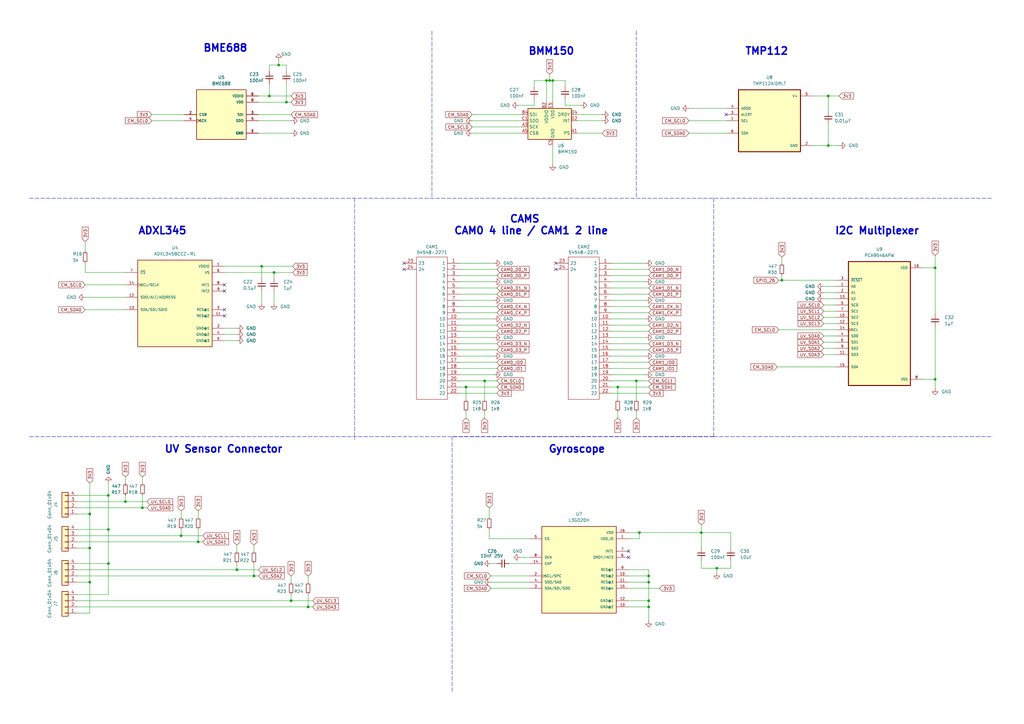
<source format=kicad_sch>
(kicad_sch (version 20211123) (generator eeschema)
  (paper "A3")
  (lib_symbols
    (symbol "54548-2271:54548-2271" (pin_names (offset 0.762))
      (property "Reference" "J" (at 19.05 7.62 0))
      (property "Value" "54548-2271" (at 19.05 5.08 0))
      (symbol "54548-2271_0_0"
        (pin passive line (at 22.86 0 180) (length 5.08) (name "1") (number "1"))
        (pin passive line (at 22.86 -22.86 180) (length 5.08) (name "10") (number "10"))
        (pin passive line (at 22.86 -25.4 180) (length 5.08) (name "11") (number "11"))
        (pin passive line (at 22.86 -27.94 180) (length 5.08) (name "12") (number "12"))
        (pin passive line (at 22.86 -30.48 180) (length 5.08) (name "13") (number "13"))
        (pin passive line (at 22.86 -33.02 180) (length 5.08) (name "14") (number "14"))
        (pin passive line (at 22.86 -35.56 180) (length 5.08) (name "15") (number "15"))
        (pin passive line (at 22.86 -38.1 180) (length 5.08) (name "16") (number "16"))
        (pin passive line (at 22.86 -40.64 180) (length 5.08) (name "17") (number "17"))
        (pin passive line (at 22.86 -43.18 180) (length 5.08) (name "18") (number "18"))
        (pin passive line (at 22.86 -45.72 180) (length 5.08) (name "19") (number "19"))
        (pin passive line (at 22.86 -2.54 180) (length 5.08) (name "2") (number "2"))
        (pin passive line (at 22.86 -48.26 180) (length 5.08) (name "20") (number "20"))
        (pin passive line (at 22.86 -50.8 180) (length 5.08) (name "21") (number "21"))
        (pin passive line (at 22.86 -53.34 180) (length 5.08) (name "22") (number "22"))
        (pin passive line (at 0 0 0) (length 5.08) (name "23") (number "23"))
        (pin passive line (at 0 -2.54 0) (length 5.08) (name "24") (number "24"))
        (pin passive line (at 22.86 -5.08 180) (length 5.08) (name "3") (number "3"))
        (pin passive line (at 22.86 -7.62 180) (length 5.08) (name "4") (number "4"))
        (pin passive line (at 22.86 -10.16 180) (length 5.08) (name "5") (number "5"))
        (pin passive line (at 22.86 -12.7 180) (length 5.08) (name "6") (number "6"))
        (pin passive line (at 22.86 -15.24 180) (length 5.08) (name "7") (number "7"))
        (pin passive line (at 22.86 -17.78 180) (length 5.08) (name "8") (number "8"))
        (pin passive line (at 22.86 -20.32 180) (length 5.08) (name "9") (number "9"))
      )
    )
    (symbol "ADXL345BCCZ-RL:ADXL345BCCZ-RL" (pin_names (offset 1.016))
      (property "Reference" "U" (at -14.224 18.542 0))
      (property "Value" "ADXL345BCCZ-RL" (at -14.2494 -19.8374 0))
      (symbol "ADXL345BCCZ-RL_0_0"
        (pin power_in line (at 20.32 15.24 180) (length 5.08) (name "VDDIO") (number "1"))
        (pin passive line (at 20.32 -5.08 180) (length 5.08) (name "RES@2") (number "11"))
        (pin bidirectional line (at -20.32 2.54 0) (length 5.08) (name "SDO/ALT/ADDRESS") (number "12"))
        (pin bidirectional line (at -20.32 -2.54 0) (length 5.08) (name "SDA/SDI/SDIO") (number "13"))
        (pin input clock (at -20.32 7.62 0) (length 5.08) (name "SCL/SCLK") (number "14"))
        (pin power_in line (at 20.32 -10.16 180) (length 5.08) (name "GND@1") (number "2"))
        (pin passive line (at 20.32 -2.54 180) (length 5.08) (name "RES@1") (number "3"))
        (pin power_in line (at 20.32 -12.7 180) (length 5.08) (name "GND@2") (number "4"))
        (pin power_in line (at 20.32 -15.24 180) (length 5.08) (name "GND@3") (number "5"))
        (pin power_in line (at 20.32 12.7 180) (length 5.08) (name "VS") (number "6"))
        (pin bidirectional line (at -20.32 12.7 0) (length 5.08) (name "~{CS}") (number "7"))
        (pin output line (at 20.32 7.62 180) (length 5.08) (name "INT1") (number "8"))
        (pin output line (at 20.32 5.08 180) (length 5.08) (name "INT2") (number "9"))
      )
    )
    (symbol "BME688:BME688" (pin_names (offset 1.016))
      (property "Reference" "U" (at -10.16 10.668 0))
      (property "Value" "BME688" (at -10.16 -12.7 0))
      (symbol "BME688_0_0"
        (pin power_in line (at 15.24 -7.62 180) (length 5.08) (name "GND") (number "1"))
        (pin input line (at -15.24 0 0) (length 5.08) (name "CSB") (number "2"))
        (pin bidirectional line (at 15.24 0 180) (length 5.08) (name "SDI") (number "3"))
        (pin input clock (at -15.24 -2.54 0) (length 5.08) (name "SCK") (number "4"))
        (pin bidirectional line (at 15.24 -2.54 180) (length 5.08) (name "SDO") (number "5"))
        (pin power_in line (at 15.24 7.62 180) (length 5.08) (name "VDDIO") (number "6"))
        (pin power_in line (at 15.24 -7.62 180) (length 5.08) (name "GND") (number "7"))
        (pin power_in line (at 15.24 5.08 180) (length 5.08) (name "VDD") (number "8"))
      )
    )
    (symbol "Connector_Generic:Conn_01x04" (pin_names (offset 1.016) hide)
      (property "Reference" "J" (at 0 5.08 0))
      (property "Value" "Conn_01x04" (at 0 -7.62 0))
      (symbol "Conn_01x04_1_1"
        (pin passive line (at -5.08 2.54 0) (length 3.81) (name "Pin_1") (number "1"))
        (pin passive line (at -5.08 0 0) (length 3.81) (name "Pin_2") (number "2"))
        (pin passive line (at -5.08 -2.54 0) (length 3.81) (name "Pin_3") (number "3"))
        (pin passive line (at -5.08 -5.08 0) (length 3.81) (name "Pin_4") (number "4"))
      )
    )
    (symbol "Device:C_Small" (pin_numbers hide) (pin_names (offset 0.254) hide)
      (property "Reference" "C" (at 0.254 1.778 0))
      (property "Value" "C_Small" (at 0.254 -2.032 0))
      (symbol "C_Small_1_1"
        (pin passive line (at 0 2.54 270) (length 2.032) (name "~") (number "1"))
        (pin passive line (at 0 -2.54 90) (length 2.032) (name "~") (number "2"))
      )
    )
    (symbol "Device:R_Small" (pin_numbers hide) (pin_names (offset 0.254) hide)
      (property "Reference" "R" (at 0.762 0.508 0))
      (property "Value" "R_Small" (at 0.762 -1.016 0))
      (symbol "R_Small_1_1"
        (pin passive line (at 0 2.54 270) (length 0.762) (name "~") (number "1"))
        (pin passive line (at 0 -2.54 90) (length 0.762) (name "~") (number "2"))
      )
    )
    (symbol "L3GD20H:L3GD20H" (pin_names (offset 1.016))
      (property "Reference" "U" (at -15.259 17.8022 0))
      (property "Value" "L3GD20H" (at -15.2444 -20.3259 0))
      (symbol "L3GD20H_0_0"
        (pin power_in line (at 20.32 12.7 180) (length 5.08) (name "VDD_IO") (number "1"))
        (pin power_in line (at 20.32 -2.54 180) (length 5.08) (name "RES@2") (number "10"))
        (pin power_in line (at 20.32 -5.08 180) (length 5.08) (name "RES@3") (number "11"))
        (pin power_in line (at 20.32 -12.7 180) (length 5.08) (name "GND@1") (number "12"))
        (pin power_in line (at 20.32 -15.24 180) (length 5.08) (name "GND@2") (number "13"))
        (pin passive line (at -20.32 2.54 0) (length 5.08) (name "CAP") (number "14"))
        (pin power_in line (at 20.32 -7.62 180) (length 5.08) (name "RES@4") (number "15"))
        (pin power_in line (at 20.32 15.24 180) (length 5.08) (name "VDD") (number "16"))
        (pin input clock (at -20.32 -2.54 0) (length 5.08) (name "SCL/SPC") (number "2"))
        (pin bidirectional line (at -20.32 -7.62 0) (length 5.08) (name "SDA/SDI/SDO") (number "3"))
        (pin bidirectional line (at -20.32 -5.08 0) (length 5.08) (name "SDO/SA0") (number "4"))
        (pin input line (at -20.32 12.7 0) (length 5.08) (name "CS") (number "5"))
        (pin output line (at 20.32 5.08 180) (length 5.08) (name "DRDY/INT2") (number "6"))
        (pin output line (at 20.32 7.62 180) (length 5.08) (name "INT1") (number "7"))
        (pin input line (at -20.32 5.08 0) (length 5.08) (name "DEN") (number "8"))
        (pin power_in line (at 20.32 0 180) (length 5.08) (name "RES@1") (number "9"))
      )
    )
    (symbol "PCA9546APW:PCA9546APW" (pin_names (offset 1.016))
      (property "Reference" "U" (at -12.7 26.3906 0))
      (property "Value" "PCA9546APW" (at -12.7 -29.3878 0))
      (symbol "PCA9546APW_0_0"
        (pin input line (at -17.78 15.24 0) (length 5.08) (name "A0") (number "1"))
        (pin input line (at -17.78 2.54 0) (length 5.08) (name "SC2") (number "10"))
        (pin input line (at -17.78 -12.7 0) (length 5.08) (name "SD3") (number "11"))
        (pin input line (at -17.78 0 0) (length 5.08) (name "SC3") (number "12"))
        (pin input line (at -17.78 10.16 0) (length 5.08) (name "A2") (number "13"))
        (pin input clock (at -17.78 -2.54 0) (length 5.08) (name "SCL") (number "14"))
        (pin bidirectional line (at -17.78 -17.78 0) (length 5.08) (name "SDA") (number "15"))
        (pin power_in line (at 17.78 22.86 180) (length 5.08) (name "VDD") (number "16"))
        (pin input line (at -17.78 12.7 0) (length 5.08) (name "A1") (number "2"))
        (pin input line (at -17.78 17.78 0) (length 5.08) (name "~{RESET}") (number "3"))
        (pin input line (at -17.78 -5.08 0) (length 5.08) (name "SD0") (number "4"))
        (pin input line (at -17.78 7.62 0) (length 5.08) (name "SC0") (number "5"))
        (pin input line (at -17.78 -7.62 0) (length 5.08) (name "SD1") (number "6"))
        (pin input line (at -17.78 5.08 0) (length 5.08) (name "SC1") (number "7"))
        (pin power_in line (at 17.78 -22.86 180) (length 5.08) (name "VSS") (number "8"))
        (pin input line (at -17.78 -10.16 0) (length 5.08) (name "SD2") (number "9"))
      )
    )
    (symbol "Sensor_Magnetic:BMM150"
      (property "Reference" "U" (at -10.16 6.35 0))
      (property "Value" "BMM150" (at 7.62 6.35 0))
      (symbol "BMM150_1_1"
        (pin input line (at 10.16 -5.08 180) (length 2.54) (name "PS") (number "A1"))
        (pin bidirectional line (at -12.7 -2.54 0) (length 2.54) (name "SCK") (number "A3"))
        (pin input line (at -12.7 -5.08 0) (length 2.54) (name "CSB") (number "A5"))
        (pin power_in line (at -2.54 7.62 270) (length 2.54) (name "VDDIO") (number "B2"))
        (pin bidirectional line (at -12.7 2.54 0) (length 2.54) (name "SDI") (number "B4"))
        (pin bidirectional line (at -12.7 0 0) (length 2.54) (name "SDO") (number "C1"))
        (pin power_in line (at 0 -10.16 90) (length 2.54) (name "GND") (number "C5"))
        (pin output line (at 10.16 0 180) (length 2.54) (name "INT") (number "D2"))
        (pin output line (at 10.16 2.54 180) (length 2.54) (name "DRDY") (number "D4"))
        (pin passive line (at 0 -10.16 90) (length 2.54) hide (name "GND") (number "E1"))
        (pin passive line (at 0 -10.16 90) (length 2.54) hide (name "GND") (number "E3"))
        (pin power_in line (at 0 7.62 270) (length 2.54) (name "VDD") (number "E5"))
      )
    )
    (symbol "TMP112AIDRLT:TMP112AIDRLT" (pin_names (offset 1.016))
      (property "Reference" "U" (at -12.7 13.6906 0))
      (property "Value" "TMP112AIDRLT" (at -12.7 -16.6878 0))
      (symbol "TMP112AIDRLT_0_0"
        (pin input line (at -17.78 0 0) (length 5.08) (name "SCL") (number "1"))
        (pin power_in line (at 17.78 -10.16 180) (length 5.08) (name "GND") (number "2"))
        (pin input line (at -17.78 2.54 0) (length 5.08) (name "ALERT") (number "3"))
        (pin input line (at -17.78 5.08 0) (length 5.08) (name "ADD0") (number "4"))
        (pin power_in line (at 17.78 10.16 180) (length 5.08) (name "V+") (number "5"))
        (pin bidirectional line (at -17.78 -5.08 0) (length 5.08) (name "SDA") (number "6"))
      )
    )
    (symbol "power:GND" (power) (pin_names (offset 0))
      (property "Value" "GND" (at 0 -3.81 0))
      (symbol "GND_1_1"
        (pin power_in line (at 0 0 270) (length 0) hide (name "GND") (number "1"))
      )
    )
  )
  (junction (at 191.135 158.75))
  (junction (at 266.065 238.76))
  (junction (at 266.065 248.92))
  (junction (at 36.83 210.82))
  (junction (at 44.45 217.17))
  (junction (at 74.295 219.71))
  (junction (at 36.83 224.79))
  (junction (at 253.365 158.75))
  (junction (at 44.45 231.14))
  (junction (at 294.005 233.045))
  (junction (at 51.435 205.74))
  (junction (at 339.725 59.69))
  (junction (at 266.065 236.22))
  (junction (at 287.655 218.44))
  (junction (at 126.365 248.92))
  (junction (at 266.065 246.38))
  (junction (at 260.985 156.21))
  (junction (at 198.755 156.21))
  (junction (at 81.28 222.25))
  (junction (at 339.725 39.37))
  (junction (at 383.54 109.855))
  (junction (at 114.3 26.67))
  (junction (at 36.83 238.76))
  (junction (at 225.425 33.02))
  (junction (at 44.45 203.2))
  (junction (at 112.395 111.76))
  (junction (at 224.155 33.02))
  (junction (at 110.49 39.37))
  (junction (at 383.54 155.575))
  (junction (at 97.155 233.68))
  (junction (at 119.38 246.38))
  (junction (at 117.475 41.91))
  (junction (at 58.42 208.28))
  (junction (at 107.315 109.22))
  (junction (at 320.675 114.935))
  (junction (at 104.14 236.22))
  (junction (at 262.255 218.44))
  (junction (at 226.695 33.02))
  (no_connect (at 257.81 226.06))
  (no_connect (at 227.965 107.95))
  (no_connect (at 92.075 119.38))
  (no_connect (at 257.81 228.6))
  (no_connect (at 92.075 127))
  (no_connect (at 227.965 110.49))
  (no_connect (at 92.075 116.84))
  (no_connect (at 92.075 129.54))
  (no_connect (at 297.815 46.99))
  (no_connect (at 165.735 110.49))
  (no_connect (at 165.735 107.95))
  (wire (pts (xy 34.925 116.84) (xy 51.435 116.84)))
  (wire (pts (xy 188.595 143.51) (xy 203.835 143.51)))
  (wire (pts (xy 299.72 233.045) (xy 294.005 233.045)))
  (wire (pts (xy 287.655 233.045) (xy 294.005 233.045)))
  (wire (pts (xy 188.595 156.21) (xy 198.755 156.21)))
  (wire (pts (xy 31.75 219.71) (xy 74.295 219.71)))
  (wire (pts (xy 287.655 215.265) (xy 287.655 218.44)))
  (wire (pts (xy 104.14 226.06) (xy 104.14 223.52)))
  (wire (pts (xy 224.155 33.02) (xy 224.155 41.91)))
  (wire (pts (xy 320.675 114.935) (xy 320.675 113.03)))
  (wire (pts (xy 188.595 130.81) (xy 202.565 130.81)))
  (wire (pts (xy 198.755 156.21) (xy 198.755 163.83)))
  (wire (pts (xy 236.855 54.61) (xy 247.015 54.61)))
  (wire (pts (xy 188.595 113.03) (xy 203.835 113.03)))
  (wire (pts (xy 36.83 251.46) (xy 31.75 251.46)))
  (wire (pts (xy 262.255 218.44) (xy 287.655 218.44)))
  (wire (pts (xy 62.23 46.99) (xy 75.565 46.99)))
  (polyline (pts (xy 292.735 179.07) (xy 185.42 179.07)))
  (wire (pts (xy 188.595 146.05) (xy 202.565 146.05)))
  (wire (pts (xy 201.295 241.3) (xy 217.17 241.3)))
  (wire (pts (xy 282.575 44.45) (xy 297.815 44.45)))
  (wire (pts (xy 36.83 224.79) (xy 36.83 238.76)))
  (wire (pts (xy 34.925 99.06) (xy 34.925 102.87)))
  (wire (pts (xy 104.14 231.14) (xy 104.14 236.22)))
  (wire (pts (xy 320.675 114.935) (xy 342.9 114.935)))
  (wire (pts (xy 225.425 33.02) (xy 226.695 33.02)))
  (wire (pts (xy 44.45 203.2) (xy 44.45 217.17)))
  (wire (pts (xy 51.435 203.2) (xy 51.435 205.74)))
  (wire (pts (xy 294.005 233.045) (xy 294.005 234.95)))
  (wire (pts (xy 250.825 146.05) (xy 264.795 146.05)))
  (wire (pts (xy 201.295 231.14) (xy 203.835 231.14)))
  (wire (pts (xy 337.82 130.175) (xy 342.9 130.175)))
  (wire (pts (xy 250.825 118.11) (xy 266.065 118.11)))
  (wire (pts (xy 226.695 33.02) (xy 231.775 33.02)))
  (wire (pts (xy 110.49 39.37) (xy 119.38 39.37)))
  (wire (pts (xy 198.755 168.91) (xy 198.755 171.45)))
  (wire (pts (xy 250.825 123.19) (xy 264.795 123.19)))
  (wire (pts (xy 34.925 127) (xy 51.435 127)))
  (wire (pts (xy 106.045 39.37) (xy 110.49 39.37)))
  (wire (pts (xy 188.595 153.67) (xy 202.565 153.67)))
  (polyline (pts (xy 12.065 81.28) (xy 89.535 81.28)))
  (wire (pts (xy 31.75 248.92) (xy 126.365 248.92)))
  (wire (pts (xy 257.81 218.44) (xy 262.255 218.44)))
  (wire (pts (xy 250.825 113.03) (xy 266.065 113.03)))
  (wire (pts (xy 257.81 246.38) (xy 266.065 246.38)))
  (wire (pts (xy 257.81 248.92) (xy 266.065 248.92)))
  (wire (pts (xy 378.46 155.575) (xy 383.54 155.575)))
  (wire (pts (xy 253.365 158.75) (xy 253.365 163.83)))
  (wire (pts (xy 112.395 119.38) (xy 112.395 124.46)))
  (wire (pts (xy 250.825 140.97) (xy 266.065 140.97)))
  (wire (pts (xy 299.72 218.44) (xy 299.72 224.79)))
  (wire (pts (xy 34.925 111.76) (xy 51.435 111.76)))
  (wire (pts (xy 337.82 137.795) (xy 342.9 137.795)))
  (wire (pts (xy 250.825 151.13) (xy 266.065 151.13)))
  (wire (pts (xy 250.825 130.81) (xy 264.795 130.81)))
  (wire (pts (xy 253.365 158.75) (xy 266.065 158.75)))
  (wire (pts (xy 44.45 231.14) (xy 44.45 243.84)))
  (wire (pts (xy 238.125 43.18) (xy 231.775 43.18)))
  (wire (pts (xy 260.985 168.91) (xy 260.985 171.45)))
  (wire (pts (xy 119.38 246.38) (xy 128.27 246.38)))
  (wire (pts (xy 106.045 46.99) (xy 119.38 46.99)))
  (polyline (pts (xy 177.165 12.7) (xy 177.165 81.28)))
  (wire (pts (xy 188.595 158.75) (xy 191.135 158.75)))
  (wire (pts (xy 339.725 39.37) (xy 344.17 39.37)))
  (wire (pts (xy 339.725 59.69) (xy 333.375 59.69)))
  (wire (pts (xy 74.295 217.17) (xy 74.295 219.71)))
  (wire (pts (xy 257.81 220.98) (xy 262.255 220.98)))
  (wire (pts (xy 337.82 142.875) (xy 342.9 142.875)))
  (wire (pts (xy 337.82 127.635) (xy 342.9 127.635)))
  (wire (pts (xy 191.135 158.75) (xy 191.135 163.83)))
  (wire (pts (xy 126.365 243.84) (xy 126.365 248.92)))
  (wire (pts (xy 193.675 52.07) (xy 213.995 52.07)))
  (wire (pts (xy 250.825 107.95) (xy 264.795 107.95)))
  (wire (pts (xy 383.54 109.855) (xy 383.54 128.905)))
  (wire (pts (xy 36.83 210.82) (xy 36.83 224.79)))
  (wire (pts (xy 250.825 128.27) (xy 266.065 128.27)))
  (wire (pts (xy 226.695 59.69) (xy 226.695 67.31)))
  (wire (pts (xy 44.45 198.12) (xy 44.45 203.2)))
  (wire (pts (xy 257.81 233.68) (xy 266.065 233.68)))
  (wire (pts (xy 250.825 156.21) (xy 260.985 156.21)))
  (wire (pts (xy 110.49 26.67) (xy 114.3 26.67)))
  (wire (pts (xy 62.23 49.53) (xy 75.565 49.53)))
  (wire (pts (xy 107.315 109.22) (xy 120.015 109.22)))
  (wire (pts (xy 266.065 248.92) (xy 266.065 254.635)))
  (polyline (pts (xy 185.42 179.07) (xy 185.42 283.845)))
  (wire (pts (xy 106.045 49.53) (xy 119.38 49.53)))
  (wire (pts (xy 250.825 125.73) (xy 266.065 125.73)))
  (wire (pts (xy 188.595 161.29) (xy 203.835 161.29)))
  (wire (pts (xy 92.075 109.22) (xy 107.315 109.22)))
  (wire (pts (xy 250.825 110.49) (xy 266.065 110.49)))
  (wire (pts (xy 188.595 125.73) (xy 203.835 125.73)))
  (wire (pts (xy 81.28 222.25) (xy 83.185 222.25)))
  (wire (pts (xy 200.66 208.28) (xy 200.66 212.09)))
  (wire (pts (xy 250.825 135.89) (xy 266.065 135.89)))
  (polyline (pts (xy 292.735 179.07) (xy 407.035 179.07)))
  (wire (pts (xy 34.925 107.95) (xy 34.925 111.76)))
  (wire (pts (xy 200.66 220.98) (xy 217.17 220.98)))
  (wire (pts (xy 262.255 220.98) (xy 262.255 218.44)))
  (wire (pts (xy 378.46 109.855) (xy 383.54 109.855)))
  (wire (pts (xy 253.365 168.91) (xy 253.365 171.45)))
  (wire (pts (xy 299.72 229.87) (xy 299.72 233.045)))
  (wire (pts (xy 319.405 135.255) (xy 342.9 135.255)))
  (wire (pts (xy 112.395 111.76) (xy 120.015 111.76)))
  (wire (pts (xy 250.825 153.67) (xy 264.795 153.67)))
  (wire (pts (xy 282.575 54.61) (xy 297.815 54.61)))
  (polyline (pts (xy 292.735 179.07) (xy 292.735 81.28)))
  (wire (pts (xy 74.295 212.09) (xy 74.295 209.55)))
  (wire (pts (xy 250.825 133.35) (xy 266.065 133.35)))
  (wire (pts (xy 31.75 205.74) (xy 51.435 205.74)))
  (wire (pts (xy 266.065 233.68) (xy 266.065 236.22)))
  (wire (pts (xy 383.54 133.985) (xy 383.54 155.575)))
  (wire (pts (xy 193.675 46.99) (xy 213.995 46.99)))
  (wire (pts (xy 117.475 41.91) (xy 119.38 41.91)))
  (wire (pts (xy 92.075 134.62) (xy 97.155 134.62)))
  (wire (pts (xy 383.54 104.775) (xy 383.54 109.855)))
  (wire (pts (xy 117.475 26.67) (xy 117.475 29.21)))
  (wire (pts (xy 58.42 203.2) (xy 58.42 208.28)))
  (wire (pts (xy 337.82 120.015) (xy 342.9 120.015)))
  (wire (pts (xy 224.155 33.02) (xy 225.425 33.02)))
  (wire (pts (xy 337.82 132.715) (xy 342.9 132.715)))
  (wire (pts (xy 92.075 111.76) (xy 112.395 111.76)))
  (wire (pts (xy 188.595 151.13) (xy 203.835 151.13)))
  (wire (pts (xy 188.595 107.95) (xy 202.565 107.95)))
  (wire (pts (xy 119.38 243.84) (xy 119.38 246.38)))
  (wire (pts (xy 188.595 118.11) (xy 203.835 118.11)))
  (wire (pts (xy 31.75 236.22) (xy 104.14 236.22)))
  (wire (pts (xy 201.295 236.22) (xy 217.17 236.22)))
  (wire (pts (xy 337.82 125.095) (xy 342.9 125.095)))
  (wire (pts (xy 36.83 198.12) (xy 36.83 210.82)))
  (wire (pts (xy 201.295 238.76) (xy 217.17 238.76)))
  (wire (pts (xy 219.075 43.18) (xy 212.725 43.18)))
  (wire (pts (xy 250.825 161.29) (xy 266.065 161.29)))
  (wire (pts (xy 318.77 150.495) (xy 342.9 150.495)))
  (wire (pts (xy 110.49 34.29) (xy 110.49 39.37)))
  (wire (pts (xy 198.755 156.21) (xy 203.835 156.21)))
  (wire (pts (xy 92.075 137.16) (xy 97.155 137.16)))
  (wire (pts (xy 231.775 43.18) (xy 231.775 40.64)))
  (wire (pts (xy 97.155 233.68) (xy 106.045 233.68)))
  (wire (pts (xy 200.66 217.17) (xy 200.66 220.98)))
  (wire (pts (xy 188.595 120.65) (xy 203.835 120.65)))
  (wire (pts (xy 58.42 198.12) (xy 58.42 195.58)))
  (wire (pts (xy 188.595 138.43) (xy 202.565 138.43)))
  (wire (pts (xy 193.675 54.61) (xy 213.995 54.61)))
  (wire (pts (xy 36.83 238.76) (xy 36.83 251.46)))
  (wire (pts (xy 188.595 115.57) (xy 202.565 115.57)))
  (wire (pts (xy 257.81 241.3) (xy 270.51 241.3)))
  (wire (pts (xy 114.3 24.765) (xy 114.3 26.67)))
  (wire (pts (xy 213.36 228.6) (xy 217.17 228.6)))
  (wire (pts (xy 36.83 210.82) (xy 31.75 210.82)))
  (wire (pts (xy 339.725 39.37) (xy 339.725 45.72)))
  (wire (pts (xy 333.375 39.37) (xy 339.725 39.37)))
  (wire (pts (xy 107.315 119.38) (xy 107.315 124.46)))
  (wire (pts (xy 188.595 123.19) (xy 202.565 123.19)))
  (wire (pts (xy 287.655 229.87) (xy 287.655 233.045)))
  (polyline (pts (xy 89.535 81.28) (xy 407.035 81.28)))
  (wire (pts (xy 31.75 208.28) (xy 58.42 208.28)))
  (wire (pts (xy 106.045 41.91) (xy 117.475 41.91)))
  (wire (pts (xy 260.985 156.21) (xy 260.985 163.83)))
  (wire (pts (xy 250.825 148.59) (xy 266.065 148.59)))
  (wire (pts (xy 383.54 155.575) (xy 383.54 159.385)))
  (wire (pts (xy 126.365 238.76) (xy 126.365 236.22)))
  (wire (pts (xy 226.695 33.02) (xy 226.695 41.91)))
  (wire (pts (xy 337.82 145.415) (xy 342.9 145.415)))
  (wire (pts (xy 34.925 121.92) (xy 51.435 121.92)))
  (wire (pts (xy 36.83 224.79) (xy 31.75 224.79)))
  (wire (pts (xy 106.045 54.61) (xy 119.38 54.61)))
  (wire (pts (xy 250.825 143.51) (xy 266.065 143.51)))
  (wire (pts (xy 191.135 168.91) (xy 191.135 171.45)))
  (polyline (pts (xy 145.415 81.28) (xy 145.415 180.34)))
  (wire (pts (xy 119.38 238.76) (xy 119.38 236.22)))
  (wire (pts (xy 81.28 217.17) (xy 81.28 222.25)))
  (wire (pts (xy 81.28 212.09) (xy 81.28 209.55)))
  (wire (pts (xy 339.725 59.69) (xy 344.17 59.69)))
  (wire (pts (xy 97.155 226.06) (xy 97.155 223.52)))
  (wire (pts (xy 257.81 238.76) (xy 266.065 238.76)))
  (wire (pts (xy 260.985 156.21) (xy 266.065 156.21)))
  (wire (pts (xy 250.825 115.57) (xy 264.795 115.57)))
  (polyline (pts (xy 260.985 12.7) (xy 260.985 81.28)))
  (wire (pts (xy 44.45 203.2) (xy 31.75 203.2)))
  (wire (pts (xy 44.45 217.17) (xy 44.45 231.14)))
  (wire (pts (xy 104.14 236.22) (xy 106.045 236.22)))
  (wire (pts (xy 31.75 233.68) (xy 97.155 233.68)))
  (wire (pts (xy 225.425 30.48) (xy 225.425 33.02)))
  (wire (pts (xy 219.075 40.64) (xy 219.075 43.18)))
  (wire (pts (xy 337.82 140.335) (xy 342.9 140.335)))
  (wire (pts (xy 58.42 208.28) (xy 60.325 208.28)))
  (wire (pts (xy 44.45 231.14) (xy 31.75 231.14)))
  (wire (pts (xy 236.855 49.53) (xy 247.015 49.53)))
  (wire (pts (xy 126.365 248.92) (xy 128.27 248.92)))
  (wire (pts (xy 31.75 222.25) (xy 81.28 222.25)))
  (wire (pts (xy 188.595 128.27) (xy 203.835 128.27)))
  (wire (pts (xy 287.655 218.44) (xy 299.72 218.44)))
  (wire (pts (xy 193.675 49.53) (xy 213.995 49.53)))
  (wire (pts (xy 92.075 139.7) (xy 97.155 139.7)))
  (wire (pts (xy 266.065 238.76) (xy 266.065 246.38)))
  (wire (pts (xy 44.45 243.84) (xy 31.75 243.84)))
  (wire (pts (xy 250.825 138.43) (xy 264.795 138.43)))
  (wire (pts (xy 282.575 49.53) (xy 297.815 49.53)))
  (wire (pts (xy 188.595 135.89) (xy 203.835 135.89)))
  (wire (pts (xy 188.595 140.97) (xy 203.835 140.97)))
  (wire (pts (xy 31.75 246.38) (xy 119.38 246.38)))
  (wire (pts (xy 266.065 236.22) (xy 266.065 238.76)))
  (wire (pts (xy 117.475 34.29) (xy 117.475 41.91)))
  (polyline (pts (xy 12.065 179.07) (xy 292.735 179.07)))
  (wire (pts (xy 51.435 205.74) (xy 60.325 205.74)))
  (wire (pts (xy 208.915 231.14) (xy 217.17 231.14)))
  (wire (pts (xy 97.155 231.14) (xy 97.155 233.68)))
  (wire (pts (xy 236.855 46.99) (xy 247.015 46.99)))
  (wire (pts (xy 112.395 111.76) (xy 112.395 114.3)))
  (wire (pts (xy 107.315 109.22) (xy 107.315 114.3)))
  (wire (pts (xy 337.82 122.555) (xy 342.9 122.555)))
  (wire (pts (xy 44.45 217.17) (xy 31.75 217.17)))
  (wire (pts (xy 188.595 110.49) (xy 203.835 110.49)))
  (wire (pts (xy 339.725 50.8) (xy 339.725 59.69)))
  (wire (pts (xy 110.49 29.21) (xy 110.49 26.67)))
  (wire (pts (xy 188.595 148.59) (xy 203.835 148.59)))
  (wire (pts (xy 320.675 107.95) (xy 320.675 105.41)))
  (wire (pts (xy 257.81 236.22) (xy 266.065 236.22)))
  (wire (pts (xy 287.655 218.44) (xy 287.655 224.79)))
  (wire (pts (xy 266.065 246.38) (xy 266.065 248.92)))
  (wire (pts (xy 231.775 33.02) (xy 231.775 35.56)))
  (wire (pts (xy 219.075 33.02) (xy 219.075 35.56)))
  (wire (pts (xy 114.3 26.67) (xy 117.475 26.67)))
  (wire (pts (xy 224.155 33.02) (xy 219.075 33.02)))
  (wire (pts (xy 250.825 158.75) (xy 253.365 158.75)))
  (wire (pts (xy 188.595 133.35) (xy 203.835 133.35)))
  (wire (pts (xy 74.295 219.71) (xy 83.185 219.71)))
  (wire (pts (xy 36.83 238.76) (xy 31.75 238.76)))
  (wire (pts (xy 51.435 198.12) (xy 51.435 195.58)))
  (wire (pts (xy 191.135 158.75) (xy 203.835 158.75)))
  (wire (pts (xy 337.82 117.475) (xy 342.9 117.475)))
  (wire (pts (xy 319.405 114.935) (xy 320.675 114.935)))
  (wire (pts (xy 250.825 120.65) (xy 266.065 120.65)))
  (text "Gyroscope" (at 224.79 186.055 0) (effects (font (size 3 3) (thickness 0.6) bold) (justify left bottom)))
  (text "BME688\n" (at 83.185 21.59 0) (effects (font (size 3 3) (thickness 0.6) bold) (justify left bottom)))
  (text "          CAMS\nCAM0 4 line / CAM1 2 line\n" (at 186.055 96.52 0) (effects (font (size 3 3) (thickness 0.6) bold) (justify left bottom)))
  (text "I2C Multiplexer" (at 342.265 96.52 0) (effects (font (size 3 3) (thickness 0.6) bold) (justify left bottom)))
  (text "ADXL345" (at 56.515 96.52 0) (effects (font (size 3 3) (thickness 0.6) bold) (justify left bottom)))
  (text "UV Sensor Connector" (at 67.31 186.055 0) (effects (font (size 3 3) (thickness 0.6) bold) (justify left bottom)))
  (text "TMP112" (at 305.435 22.86 0) (effects (font (size 3 3) (thickness 0.6) bold) (justify left bottom)))
  (text "BMM150" (at 216.535 22.86 0) (effects (font (size 3 3) (thickness 0.6) bold) (justify left bottom)))
  (global_label "UV_SCL2" (shape input) (at 337.82 130.175 180) (property "Intersheet References" "${INTERSHEET_REFS}" (effects hide)))
  (global_label "CAM0_IO0" (shape input) (at 203.835 148.59 0) (property "Intersheet References" "${INTERSHEET_REFS}" (effects hide)))
  (global_label "CAM0_IO1" (shape input) (at 203.835 151.13 0) (property "Intersheet References" "${INTERSHEET_REFS}" (effects hide)))
  (global_label "CAM1_D0_P" (shape input) (at 266.065 113.03 0) (property "Intersheet References" "${INTERSHEET_REFS}" (effects hide)))
  (global_label "3V3" (shape input) (at 270.51 241.3 0) (property "Intersheet References" "${INTERSHEET_REFS}" (effects hide)))
  (global_label "UV_SCL3" (shape input) (at 128.27 246.38 0) (property "Intersheet References" "${INTERSHEET_REFS}" (effects hide)))
  (global_label "UV_SDA0" (shape input) (at 337.82 137.795 180) (property "Intersheet References" "${INTERSHEET_REFS}" (effects hide)))
  (global_label "CAM0_D3_P" (shape input) (at 203.835 143.51 0) (property "Intersheet References" "${INTERSHEET_REFS}" (effects hide)))
  (global_label "CAM1_IO1" (shape input) (at 266.065 151.13 0) (property "Intersheet References" "${INTERSHEET_REFS}" (effects hide)))
  (global_label "3V3" (shape input) (at 320.675 105.41 90) (property "Intersheet References" "${INTERSHEET_REFS}" (effects hide)))
  (global_label "3V3" (shape input) (at 287.655 215.265 90) (property "Intersheet References" "${INTERSHEET_REFS}" (effects hide)))
  (global_label "UV_SCL1" (shape input) (at 337.82 127.635 180) (property "Intersheet References" "${INTERSHEET_REFS}" (effects hide)))
  (global_label "UV_SDA3" (shape input) (at 337.82 145.415 180) (property "Intersheet References" "${INTERSHEET_REFS}" (effects hide)))
  (global_label "3V3" (shape input) (at 34.925 99.06 90) (property "Intersheet References" "${INTERSHEET_REFS}" (effects hide)))
  (global_label "GPIO_26" (shape input) (at 319.405 114.935 180) (property "Intersheet References" "${INTERSHEET_REFS}" (effects hide)))
  (global_label "UV_SCL0" (shape input) (at 60.325 205.74 0) (property "Intersheet References" "${INTERSHEET_REFS}" (effects hide)))
  (global_label "3V3" (shape input) (at 203.835 161.29 0) (property "Intersheet References" "${INTERSHEET_REFS}" (effects hide)))
  (global_label "3V3" (shape input) (at 191.135 171.45 270) (property "Intersheet References" "${INTERSHEET_REFS}" (effects hide)))
  (global_label "UV_SCL3" (shape input) (at 337.82 132.715 180) (property "Intersheet References" "${INTERSHEET_REFS}" (effects hide)))
  (global_label "CM_SDA0" (shape input) (at 203.835 158.75 0) (property "Intersheet References" "${INTERSHEET_REFS}" (effects hide)))
  (global_label "UV_SDA2" (shape input) (at 337.82 142.875 180) (property "Intersheet References" "${INTERSHEET_REFS}" (effects hide)))
  (global_label "CM_SCL0" (shape input) (at 34.925 116.84 180) (property "Intersheet References" "${INTERSHEET_REFS}" (effects hide)))
  (global_label "CM_SDA0" (shape input) (at 193.675 46.99 180) (property "Intersheet References" "${INTERSHEET_REFS}" (effects hide)))
  (global_label "CM_SDA1" (shape input) (at 266.065 158.75 0) (property "Intersheet References" "${INTERSHEET_REFS}" (effects hide)))
  (global_label "3V3" (shape input) (at 383.54 104.775 90) (property "Intersheet References" "${INTERSHEET_REFS}" (effects hide)))
  (global_label "CM_SCL0" (shape input) (at 203.835 156.21 0) (property "Intersheet References" "${INTERSHEET_REFS}" (effects hide)))
  (global_label "CM_SCL0" (shape input) (at 319.405 135.255 180) (property "Intersheet References" "${INTERSHEET_REFS}" (effects hide)))
  (global_label "3V3" (shape input) (at 119.38 236.22 90) (property "Intersheet References" "${INTERSHEET_REFS}" (effects hide)))
  (global_label "UV_SDA0" (shape input) (at 60.325 208.28 0) (property "Intersheet References" "${INTERSHEET_REFS}" (effects hide)))
  (global_label "3V3" (shape input) (at 266.065 161.29 0) (property "Intersheet References" "${INTERSHEET_REFS}" (effects hide)))
  (global_label "3V3" (shape input) (at 126.365 236.22 90) (property "Intersheet References" "${INTERSHEET_REFS}" (effects hide)))
  (global_label "3V3" (shape input) (at 74.295 209.55 90) (property "Intersheet References" "${INTERSHEET_REFS}" (effects hide)))
  (global_label "CAM0_CK_N" (shape input) (at 203.835 125.73 0) (property "Intersheet References" "${INTERSHEET_REFS}" (effects hide)))
  (global_label "CAM0_D3_N" (shape input) (at 203.835 140.97 0) (property "Intersheet References" "${INTERSHEET_REFS}" (effects hide)))
  (global_label "CAM0_D0_P" (shape input) (at 203.835 113.03 0) (property "Intersheet References" "${INTERSHEET_REFS}" (effects hide)))
  (global_label "3V3" (shape input) (at 247.015 54.61 0) (property "Intersheet References" "${INTERSHEET_REFS}" (effects hide)))
  (global_label "CM_SCL0" (shape input) (at 201.295 236.22 180) (property "Intersheet References" "${INTERSHEET_REFS}" (effects hide)))
  (global_label "3V3" (shape input) (at 58.42 195.58 90) (property "Intersheet References" "${INTERSHEET_REFS}" (effects hide)))
  (global_label "UV_SDA1" (shape input) (at 83.185 222.25 0) (property "Intersheet References" "${INTERSHEET_REFS}" (effects hide)))
  (global_label "3V3" (shape input) (at 253.365 171.45 270) (property "Intersheet References" "${INTERSHEET_REFS}" (effects hide)))
  (global_label "3V3" (shape input) (at 200.66 208.28 90) (property "Intersheet References" "${INTERSHEET_REFS}" (effects hide)))
  (global_label "CM_SCL1" (shape input) (at 266.065 156.21 0) (property "Intersheet References" "${INTERSHEET_REFS}" (effects hide)))
  (global_label "3V3" (shape input) (at 119.38 41.91 0) (property "Intersheet References" "${INTERSHEET_REFS}" (effects hide)))
  (global_label "CM_SCL0" (shape input) (at 193.675 52.07 180) (property "Intersheet References" "${INTERSHEET_REFS}" (effects hide)))
  (global_label "CAM1_D2_N" (shape input) (at 266.065 133.35 0) (property "Intersheet References" "${INTERSHEET_REFS}" (effects hide)))
  (global_label "3V3" (shape input) (at 119.38 39.37 0) (property "Intersheet References" "${INTERSHEET_REFS}" (effects hide)))
  (global_label "UV_SCL2" (shape input) (at 106.045 233.68 0) (property "Intersheet References" "${INTERSHEET_REFS}" (effects hide)))
  (global_label "CAM0_D1_P" (shape input) (at 203.835 120.65 0) (property "Intersheet References" "${INTERSHEET_REFS}" (effects hide)))
  (global_label "UV_SDA1" (shape input) (at 337.82 140.335 180) (property "Intersheet References" "${INTERSHEET_REFS}" (effects hide)))
  (global_label "CM_SDA0" (shape input) (at 282.575 54.61 180) (property "Intersheet References" "${INTERSHEET_REFS}" (effects hide)))
  (global_label "CM_SDA0" (shape input) (at 34.925 127 180) (property "Intersheet References" "${INTERSHEET_REFS}" (effects hide)))
  (global_label "CAM1_D0_N" (shape input) (at 266.065 110.49 0) (property "Intersheet References" "${INTERSHEET_REFS}" (effects hide)))
  (global_label "UV_SDA3" (shape input) (at 128.27 248.92 0) (property "Intersheet References" "${INTERSHEET_REFS}" (effects hide)))
  (global_label "CAM1_D1_P" (shape input) (at 266.065 120.65 0) (property "Intersheet References" "${INTERSHEET_REFS}" (effects hide)))
  (global_label "CAM0_CK_P" (shape input) (at 203.835 128.27 0) (property "Intersheet References" "${INTERSHEET_REFS}" (effects hide)))
  (global_label "3V3" (shape input) (at 344.17 39.37 0) (property "Intersheet References" "${INTERSHEET_REFS}" (effects hide)))
  (global_label "3V3" (shape input) (at 104.14 223.52 90) (property "Intersheet References" "${INTERSHEET_REFS}" (effects hide)))
  (global_label "3V3" (shape input) (at 81.28 209.55 90) (property "Intersheet References" "${INTERSHEET_REFS}" (effects hide)))
  (global_label "3V3" (shape input) (at 198.755 171.45 270) (property "Intersheet References" "${INTERSHEET_REFS}" (effects hide)))
  (global_label "3V3" (shape input) (at 120.015 111.76 0) (property "Intersheet References" "${INTERSHEET_REFS}" (effects hide)))
  (global_label "CAM0_D1_N" (shape input) (at 203.835 118.11 0) (property "Intersheet References" "${INTERSHEET_REFS}" (effects hide)))
  (global_label "3V3" (shape input) (at 51.435 195.58 90) (property "Intersheet References" "${INTERSHEET_REFS}" (effects hide)))
  (global_label "3V3" (shape input) (at 36.83 198.12 90) (property "Intersheet References" "${INTERSHEET_REFS}" (effects hide)))
  (global_label "CAM0_D0_N" (shape input) (at 203.835 110.49 0) (property "Intersheet References" "${INTERSHEET_REFS}" (effects hide)))
  (global_label "3V3" (shape input) (at 120.015 109.22 0) (property "Intersheet References" "${INTERSHEET_REFS}" (effects hide)))
  (global_label "CAM1_IO0" (shape input) (at 266.065 148.59 0) (property "Intersheet References" "${INTERSHEET_REFS}" (effects hide)))
  (global_label "UV_SCL0" (shape input) (at 337.82 125.095 180) (property "Intersheet References" "${INTERSHEET_REFS}" (effects hide)))
  (global_label "CAM1_CK_P" (shape input) (at 266.065 128.27 0) (property "Intersheet References" "${INTERSHEET_REFS}" (effects hide)))
  (global_label "CAM1_D1_N" (shape input) (at 266.065 118.11 0) (property "Intersheet References" "${INTERSHEET_REFS}" (effects hide)))
  (global_label "CAM0_D2_N" (shape input) (at 203.835 133.35 0) (property "Intersheet References" "${INTERSHEET_REFS}" (effects hide)))
  (global_label "CAM1_CK_N" (shape input) (at 266.065 125.73 0) (property "Intersheet References" "${INTERSHEET_REFS}" (effects hide)))
  (global_label "3V3" (shape input) (at 260.985 171.45 270) (property "Intersheet References" "${INTERSHEET_REFS}" (effects hide)))
  (global_label "3V3" (shape input) (at 62.23 46.99 180) (property "Intersheet References" "${INTERSHEET_REFS}" (effects hide)))
  (global_label "CAM1_D2_P" (shape input) (at 266.065 135.89 0) (property "Intersheet References" "${INTERSHEET_REFS}" (effects hide)))
  (global_label "UV_SCL1" (shape input) (at 83.185 219.71 0) (property "Intersheet References" "${INTERSHEET_REFS}" (effects hide)))
  (global_label "CAM1_D3_N" (shape input) (at 266.065 140.97 0) (property "Intersheet References" "${INTERSHEET_REFS}" (effects hide)))
  (global_label "3V3" (shape input) (at 97.155 223.52 90) (property "Intersheet References" "${INTERSHEET_REFS}" (effects hide)))
  (global_label "CM_SDA0" (shape input) (at 119.38 46.99 0) (property "Intersheet References" "${INTERSHEET_REFS}" (effects hide)))
  (global_label "CM_SDA0" (shape input) (at 201.295 241.3 180) (property "Intersheet References" "${INTERSHEET_REFS}" (effects hide)))
  (global_label "CAM1_D3_P" (shape input) (at 266.065 143.51 0) (property "Intersheet References" "${INTERSHEET_REFS}" (effects hide)))
  (global_label "CM_SCL0" (shape input) (at 62.23 49.53 180) (property "Intersheet References" "${INTERSHEET_REFS}" (effects hide)))
  (global_label "CAM0_D2_P" (shape input) (at 203.835 135.89 0) (property "Intersheet References" "${INTERSHEET_REFS}" (effects hide)))
  (global_label "3V3" (shape input) (at 225.425 30.48 90) (property "Intersheet References" "${INTERSHEET_REFS}" (effects hide)))
  (global_label "CM_SCL0" (shape input) (at 282.575 49.53 180) (property "Intersheet References" "${INTERSHEET_REFS}" (effects hide)))
  (global_label "CM_SDA0" (shape input) (at 318.77 150.495 180) (property "Intersheet References" "${INTERSHEET_REFS}" (effects hide)))
  (global_label "UV_SDA2" (shape input) (at 106.045 236.22 0) (property "Intersheet References" "${INTERSHEET_REFS}" (effects hide)))
  (symbol (lib_id "power:GND") (at 264.795 130.81 90) (unit 1)
    (property "Reference" "#PWR0235" (effects hide))
    (property "Value" "GND" (at 268.605 130.8099 90) (effects (justify right)))
  )
  (symbol (lib_id "Device:R_Small") (at 119.38 241.3 180) (unit 1)
    (property "Reference" "R23" (at 117.475 242.5701 0) (effects (justify left)))
    (property "Value" "4k7" (at 117.475 240.0301 0) (effects (justify left)))
    (property "Footprint" "Resistor_SMD:R_0603_1608Metric_Pad0.98x0.95mm_HandSolder" (effects hide))
  )
  (symbol (lib_id "power:GND") (at 226.695 67.31 0) (unit 1)
    (property "Reference" "#PWR0252" (effects hide))
    (property "Value" "GND" (at 229.235 68.5799 0) (effects (justify left)))
  )
  (symbol (lib_id "Device:R_Small") (at 51.435 200.66 180) (unit 1)
    (property "Reference" "R17" (at 49.53 201.9301 0) (effects (justify left)))
    (property "Value" "4k7" (at 49.53 199.3901 0) (effects (justify left)))
    (property "Footprint" "Resistor_SMD:R_0603_1608Metric_Pad0.98x0.95mm_HandSolder" (effects hide))
  )
  (symbol (lib_id "TMP112AIDRLT:TMP112AIDRLT") (at 315.595 49.53 0) (unit 1)
    (property "Reference" "U8" (at 315.595 31.75 0))
    (property "Value" "TMP112AIDRLT" (at 315.595 34.29 0))
    (property "Footprint" "Package_TO_SOT_SMD:SOT-563" (effects hide))
  )
  (symbol (lib_id "Device:R_Small") (at 200.66 214.63 0) (unit 1)
    (property "Reference" "R27" (at 195.58 213.36 0) (effects (justify left)))
    (property "Value" "5k" (at 195.58 215.9 0) (effects (justify left)))
    (property "Footprint" "Resistor_SMD:R_0603_1608Metric_Pad0.98x0.95mm_HandSolder" (effects hide))
  )
  (symbol (lib_id "power:GND") (at 34.925 121.92 270) (unit 1)
    (property "Reference" "#PWR0242" (effects hide))
    (property "Value" "GND" (at 27.305 121.92 90) (effects (justify left)))
  )
  (symbol (lib_id "power:GND") (at 202.565 153.67 90) (unit 1)
    (property "Reference" "#PWR0232" (effects hide))
    (property "Value" "GND" (at 206.375 153.6699 90) (effects (justify right)))
  )
  (symbol (lib_id "power:GND") (at 97.155 134.62 90) (unit 1)
    (property "Reference" "#PWR0239" (effects hide))
    (property "Value" "GND" (at 100.965 134.6199 90) (effects (justify right)))
  )
  (symbol (lib_id "power:GND") (at 264.795 146.05 90) (unit 1)
    (property "Reference" "#PWR0236" (effects hide))
    (property "Value" "GND" (at 268.605 146.0499 90) (effects (justify right)))
  )
  (symbol (lib_id "power:GND") (at 202.565 138.43 90) (unit 1)
    (property "Reference" "#PWR0231" (effects hide))
    (property "Value" "GND" (at 206.375 138.4299 90) (effects (justify right)))
  )
  (symbol (lib_id "power:GND") (at 202.565 123.19 90) (unit 1)
    (property "Reference" "#PWR0229" (effects hide))
    (property "Value" "GND" (at 206.375 123.1899 90) (effects (justify right)))
  )
  (symbol (lib_id "Device:R_Small") (at 253.365 166.37 0) (unit 1)
    (property "Reference" "R28" (at 255.905 165.0999 0) (effects (justify left)))
    (property "Value" "1k8" (at 255.905 167.6399 0) (effects (justify left)))
    (property "Footprint" "Resistor_SMD:R_0603_1608Metric_Pad0.98x0.95mm_HandSolder" (effects hide))
  )
  (symbol (lib_id "power:GND") (at 202.565 107.95 90) (unit 1)
    (property "Reference" "#PWR0233" (effects hide))
    (property "Value" "GND" (at 206.375 107.9499 90) (effects (justify right)))
  )
  (symbol (lib_id "Device:C_Small") (at 206.375 231.14 90) (unit 1)
    (property "Reference" "C26" (at 203.835 226.06 90) (effects (justify left)))
    (property "Value" "10nF 25V" (at 206.375 227.965 90) (effects (justify left)))
    (property "Footprint" "Capacitor_SMD:C_0603_1608Metric_Pad1.08x0.95mm_HandSolder" (effects hide))
  )
  (symbol (lib_id "L3GD20H:L3GD20H") (at 237.49 233.68 0) (unit 1)
    (property "Reference" "U7" (at 237.49 210.82 0))
    (property "Value" "L3GD20H" (at 237.49 213.36 0))
    (property "Footprint" "Package_LGA:LGA-16_3x3mm_P0.5mm" (effects hide))
    (property "MANUFACTURER" "ST Microelectronics" (effects hide))
  )
  (symbol (lib_id "power:GND") (at 238.125 43.18 90) (unit 1)
    (property "Reference" "#PWR0256" (effects hide))
    (property "Value" "GND" (at 241.935 43.1799 90) (effects (justify right)))
  )
  (symbol (lib_id "power:GND") (at 247.015 49.53 90) (unit 1)
    (property "Reference" "#PWR0253" (effects hide))
    (property "Value" "GND" (at 250.825 49.5299 90) (effects (justify right)))
  )
  (symbol (lib_id "54548-2271:54548-2271") (at 227.965 107.95 0) (unit 1)
    (property "Reference" "CAM2" (at 239.395 101.219 0))
    (property "Value" "54548-2271" (at 239.395 103.5304 0))
    (property "Footprint" "54548-2271:545482271" (effects hide))
    (property "Datasheet" "http://www.molex.com/webdocs/datasheets/pdf/en-us//0545482271_FFC_FPC_CONNECTORS.pdf" (effects hide))
    (property "Description" "FFC & FPC Connectors 0.5 FPC ZIF Hsg Assy ssy 22Ckt EmbsTp Pkg" (effects hide))
    (property "Height" "1" (effects hide))
    (property "Manufacturer_Name" "Molex" (effects hide))
    (property "Manufacturer_Part_Number" "54548-2271" (effects hide))
    (property "Mouser Part Number" "538-54548-2271" (effects hide))
    (property "Mouser Price/Stock" "https://www.mouser.co.uk/ProductDetail/Molex/54548-2271?qs=qM7ngqbhX5X3ZiWzRWv9wA%3D%3D" (effects hide))
  )
  (symbol (lib_id "power:GND") (at 383.54 159.385 0) (unit 1)
    (property "Reference" "#PWR0215" (effects hide))
    (property "Value" "GND" (at 386.08 160.6549 0) (effects (justify left)))
  )
  (symbol (lib_id "power:GND") (at 337.82 120.015 270) (unit 1)
    (property "Reference" "#PWR0218" (effects hide))
    (property "Value" "GND" (at 330.2 120.015 90) (effects (justify left)))
  )
  (symbol (lib_id "power:GND") (at 97.155 139.7 90) (unit 1)
    (property "Reference" "#PWR0238" (effects hide))
    (property "Value" "GND" (at 100.965 139.6999 90) (effects (justify right)))
  )
  (symbol (lib_id "power:GND") (at 337.82 122.555 270) (unit 1)
    (property "Reference" "#PWR0216" (effects hide))
    (property "Value" "GND" (at 330.2 122.555 90) (effects (justify left)))
  )
  (symbol (lib_id "BME688:BME688") (at 90.805 46.99 0) (unit 1)
    (property "Reference" "U5" (at 90.805 31.75 0))
    (property "Value" "BME688" (at 90.805 34.29 0))
    (property "Footprint" "Package_LGA:Bosch_LGA-8_3x3mm_P0.8mm_ClockwisePinNumbering" (effects hide))
    (property "STANDARD" "Manufacturer recommendations" (effects hide))
    (property "MANUFACTURER" "BOSCH" (effects hide))
    (property "PARTREV" "1.0" (effects hide))
    (property "MAXIMUM_PACKAGE_HEIGHT" "1.0 mm" (effects hide))
  )
  (symbol (lib_id "power:GND") (at 344.17 59.69 90) (unit 1)
    (property "Reference" "#PWR0221" (effects hide))
    (property "Value" "GND" (at 347.98 59.6899 90) (effects (justify right)))
  )
  (symbol (lib_id "power:GND") (at 201.295 231.14 270) (unit 1)
    (property "Reference" "#PWR0248" (effects hide))
    (property "Value" "GND" (at 194.31 231.14 90) (effects (justify left)))
  )
  (symbol (lib_id "power:GND") (at 119.38 49.53 90) (unit 1)
    (property "Reference" "#PWR0223" (effects hide))
    (property "Value" "GND" (at 127 49.53 90) (effects (justify left)))
  )
  (symbol (lib_id "Device:R_Small") (at 104.14 228.6 180) (unit 1)
    (property "Reference" "R22" (at 102.235 229.8701 0) (effects (justify left)))
    (property "Value" "4k7" (at 102.235 227.3301 0) (effects (justify left)))
    (property "Footprint" "Resistor_SMD:R_0603_1608Metric_Pad0.98x0.95mm_HandSolder" (effects hide))
  )
  (symbol (lib_id "power:GND") (at 201.295 238.76 270) (unit 1)
    (property "Reference" "#PWR0247" (effects hide))
    (property "Value" "GND" (at 194.31 238.76 90) (effects (justify left)))
  )
  (symbol (lib_id "Device:C_Small") (at 231.775 38.1 0) (unit 1)
    (property "Reference" "C28" (at 234.315 36.8362 0) (effects (justify left)))
    (property "Value" "100nF" (at 234.315 39.3762 0) (effects (justify left)))
    (property "Footprint" "Capacitor_SMD:C_0603_1608Metric_Pad1.08x0.95mm_HandSolder" (effects hide))
  )
  (symbol (lib_id "ADXL345BCCZ-RL:ADXL345BCCZ-RL") (at 71.755 124.46 0) (unit 1)
    (property "Reference" "U4" (at 71.755 101.6 0))
    (property "Value" "ADXL345BCCZ-RL" (at 71.755 104.14 0))
    (property "Footprint" "Package_LGA:LGA-14_3x5mm_P0.8mm_LayoutBorder1x6y" (effects hide))
    (property "MANUFACTURER" "Analog Devices" (effects hide))
  )
  (symbol (lib_id "Device:C_Small") (at 287.655 227.33 0) (unit 1)
    (property "Reference" "C29" (at 291.465 226.06 0) (effects (justify left)))
    (property "Value" "100nF" (at 291.465 228.6 0) (effects (justify left)))
    (property "Footprint" "Capacitor_SMD:C_0603_1608Metric_Pad1.08x0.95mm_HandSolder" (effects hide))
  )
  (symbol (lib_id "Device:C_Small") (at 107.315 116.84 0) (unit 1)
    (property "Reference" "C22" (at 99.695 115.57 0) (effects (justify left)))
    (property "Value" "0.1µF" (at 99.695 118.11 0) (effects (justify left)))
    (property "Footprint" "Capacitor_SMD:C_0603_1608Metric_Pad1.08x0.95mm_HandSolder" (effects hide))
  )
  (symbol (lib_id "power:GND") (at 107.315 124.46 0) (unit 1)
    (property "Reference" "#PWR0240" (effects hide))
    (property "Value" "GND" (at 100.965 125.73 0) (effects (justify left)))
  )
  (symbol (lib_id "Device:R_Small") (at 126.365 241.3 180) (unit 1)
    (property "Reference" "R24" (at 124.46 242.5701 0) (effects (justify left)))
    (property "Value" "4k7" (at 124.46 240.0301 0) (effects (justify left)))
    (property "Footprint" "Resistor_SMD:R_0603_1608Metric_Pad0.98x0.95mm_HandSolder" (effects hide))
  )
  (symbol (lib_id "power:GND") (at 212.725 43.18 270) (unit 1)
    (property "Reference" "#PWR0249" (effects hide))
    (property "Value" "GND" (at 205.105 43.18 90) (effects (justify left)))
  )
  (symbol (lib_id "Connector_Generic:Conn_01x04") (at 26.67 248.92 180) (unit 1)
    (property "Reference" "J7" (at 22.86 247.65 90))
    (property "Value" "Conn_01x04" (at 20.32 247.65 90))
    (property "Footprint" "Connector_FFC-FPC:Molex_200528-0040_1x04-1MP_P1.00mm_Horizontal" (effects hide))
  )
  (symbol (lib_id "power:GND") (at 44.45 198.12 180) (unit 1)
    (property "Reference" "#PWR0245" (effects hide))
    (property "Value" "GND" (at 44.45 190.5 90) (effects (justify left)))
  )
  (symbol (lib_id "Device:R_Small") (at 74.295 214.63 180) (unit 1)
    (property "Reference" "R19" (at 72.39 215.9001 0) (effects (justify left)))
    (property "Value" "4k7" (at 72.39 213.3601 0) (effects (justify left)))
    (property "Footprint" "Resistor_SMD:R_0603_1608Metric_Pad0.98x0.95mm_HandSolder" (effects hide))
  )
  (symbol (lib_id "power:GND") (at 112.395 124.46 0) (unit 1)
    (property "Reference" "#PWR0244" (effects hide))
    (property "Value" "GND" (at 114.935 125.7299 0) (effects (justify left)))
  )
  (symbol (lib_id "Device:R_Small") (at 191.135 166.37 0) (unit 1)
    (property "Reference" "R25" (at 193.675 165.0999 0) (effects (justify left)))
    (property "Value" "1k8" (at 193.675 167.6399 0) (effects (justify left)))
    (property "Footprint" "Resistor_SMD:R_0603_1608Metric_Pad0.98x0.95mm_HandSolder" (effects hide))
  )
  (symbol (lib_id "power:GND") (at 264.795 153.67 90) (unit 1)
    (property "Reference" "#PWR0224" (effects hide))
    (property "Value" "GND" (at 268.605 153.6699 90) (effects (justify right)))
  )
  (symbol (lib_id "Sensor_Magnetic:BMM150") (at 226.695 49.53 0) (unit 1)
    (property "Reference" "U6" (at 228.7144 59.69 0) (effects (justify left)))
    (property "Value" "BMM150" (at 228.7144 62.23 0) (effects (justify left)))
    (property "Footprint" "Package_CSP:WLCSP-12_1.56x1.56mm_P0.4mm" (effects hide))
    (property "Datasheet" "https://www.mouser.com/datasheet/2/783/BST-BMM150-DS001-01-786480.pdf" (effects hide))
  )
  (symbol (lib_id "Device:C_Small") (at 383.54 131.445 0) (unit 1)
    (property "Reference" "C32" (at 387.35 130.175 0) (effects (justify left)))
    (property "Value" "1µF" (at 387.35 132.715 0) (effects (justify left)))
    (property "Footprint" "Capacitor_SMD:C_0603_1608Metric_Pad1.08x0.95mm_HandSolder" (effects hide))
  )
  (symbol (lib_id "power:GND") (at 114.3 24.765 180) (unit 1)
    (property "Reference" "#PWR0243" (effects hide))
    (property "Value" "GND" (at 119.38 22.225 0) (effects (justify left)))
  )
  (symbol (lib_id "power:GND") (at 264.795 138.43 90) (unit 1)
    (property "Reference" "#PWR0237" (effects hide))
    (property "Value" "GND" (at 268.605 138.4299 90) (effects (justify right)))
  )
  (symbol (lib_id "Device:C_Small") (at 219.075 38.1 180) (unit 1)
    (property "Reference" "C27" (at 208.915 36.83 0) (effects (justify right)))
    (property "Value" "100nF" (at 208.915 39.37 0) (effects (justify right)))
    (property "Footprint" "Capacitor_SMD:C_0603_1608Metric_Pad1.08x0.95mm_HandSolder" (effects hide))
  )
  (symbol (lib_id "power:GND") (at 264.795 107.95 90) (unit 1)
    (property "Reference" "#PWR0226" (effects hide))
    (property "Value" "GND" (at 268.605 107.9499 90) (effects (justify right)))
  )
  (symbol (lib_id "Connector_Generic:Conn_01x04") (at 26.67 208.28 180) (unit 1)
    (property "Reference" "J4" (at 22.86 207.01 90))
    (property "Value" "Conn_01x04" (at 20.32 207.01 90))
    (property "Footprint" "Connector_FFC-FPC:Molex_200528-0040_1x04-1MP_P1.00mm_Horizontal" (effects hide))
  )
  (symbol (lib_id "power:GND") (at 247.015 46.99 90) (unit 1)
    (property "Reference" "#PWR0254" (effects hide))
    (property "Value" "GND" (at 250.825 46.9899 90) (effects (justify right)))
  )
  (symbol (lib_id "power:GND") (at 202.565 130.81 90) (unit 1)
    (property "Reference" "#PWR0230" (effects hide))
    (property "Value" "GND" (at 206.375 130.8099 90) (effects (justify right)))
  )
  (symbol (lib_id "power:GND") (at 294.005 234.95 0) (unit 1)
    (property "Reference" "#PWR0220" (effects hide))
    (property "Value" "GND" (at 296.545 236.2199 0) (effects (justify left)))
  )
  (symbol (lib_id "power:GND") (at 193.675 49.53 270) (unit 1)
    (property "Reference" "#PWR0250" (effects hide))
    (property "Value" "GND" (at 186.055 49.53 90) (effects (justify left)))
  )
  (symbol (lib_id "Device:R_Small") (at 320.675 110.49 180) (unit 1)
    (property "Reference" "R30" (at 318.77 111.7601 0) (effects (justify left)))
    (property "Value" "4k7" (at 318.77 109.2201 0) (effects (justify left)))
    (property "Footprint" "Resistor_SMD:R_0603_1608Metric_Pad0.98x0.95mm_HandSolder" (effects hide))
  )
  (symbol (lib_id "power:GND") (at 337.82 117.475 270) (unit 1)
    (property "Reference" "#PWR0217" (effects hide))
    (property "Value" "GND" (at 330.2 117.475 90) (effects (justify left)))
  )
  (symbol (lib_id "power:GND") (at 282.575 44.45 270) (unit 1)
    (property "Reference" "#PWR0255" (effects hide))
    (property "Value" "GND" (at 274.955 44.45 90) (effects (justify left)))
  )
  (symbol (lib_id "power:GND") (at 97.155 137.16 90) (unit 1)
    (property "Reference" "#PWR0241" (effects hide))
    (property "Value" "GND" (at 100.965 137.1599 90) (effects (justify right)))
  )
  (symbol (lib_id "power:GND") (at 202.565 115.57 90) (unit 1)
    (property "Reference" "#PWR0234" (effects hide))
    (property "Value" "GND" (at 206.375 115.5699 90) (effects (justify right)))
  )
  (symbol (lib_id "Device:R_Small") (at 97.155 228.6 180) (unit 1)
    (property "Reference" "R21" (at 95.25 229.8701 0) (effects (justify left)))
    (property "Value" "4k7" (at 95.25 227.3301 0) (effects (justify left)))
    (property "Footprint" "Resistor_SMD:R_0603_1608Metric_Pad0.98x0.95mm_HandSolder" (effects hide))
  )
  (symbol (lib_id "power:GND") (at 213.36 228.6 270) (unit 1)
    (property "Reference" "#PWR0246" (effects hide))
    (property "Value" "GND" (at 210.185 226.06 90) (effects (justify left)))
  )
  (symbol (lib_id "Device:C_Small") (at 112.395 116.84 0) (unit 1)
    (property "Reference" "C24" (at 116.205 115.57 0) (effects (justify left)))
    (property "Value" "1µF" (at 116.205 118.11 0) (effects (justify left)))
    (property "Footprint" "Capacitor_SMD:C_0603_1608Metric_Pad1.08x0.95mm_HandSolder" (effects hide))
  )
  (symbol (lib_id "Device:R_Small") (at 81.28 214.63 180) (unit 1)
    (property "Reference" "R20" (at 79.375 215.9001 0) (effects (justify left)))
    (property "Value" "4k7" (at 79.375 213.3601 0) (effects (justify left)))
    (property "Footprint" "Resistor_SMD:R_0603_1608Metric_Pad0.98x0.95mm_HandSolder" (effects hide))
  )
  (symbol (lib_id "power:GND") (at 264.795 123.19 90) (unit 1)
    (property "Reference" "#PWR0225" (effects hide))
    (property "Value" "GND" (at 268.605 123.1899 90) (effects (justify right)))
  )
  (symbol (lib_id "Connector_Generic:Conn_01x04") (at 26.67 222.25 180) (unit 1)
    (property "Reference" "J5" (at 22.86 220.98 90))
    (property "Value" "Conn_01x04" (at 20.32 220.98 90))
    (property "Footprint" "Connector_FFC-FPC:Molex_200528-0040_1x04-1MP_P1.00mm_Horizontal" (effects hide))
  )
  (symbol (lib_id "power:GND") (at 264.795 115.57 90) (unit 1)
    (property "Reference" "#PWR0227" (effects hide))
    (property "Value" "GND" (at 268.605 115.5699 90) (effects (justify right)))
  )
  (symbol (lib_id "power:GND") (at 119.38 54.61 90) (unit 1)
    (property "Reference" "#PWR0222" (effects hide))
    (property "Value" "GND" (at 127 54.61 90) (effects (justify left)))
  )
  (symbol (lib_id "power:GND") (at 266.065 254.635 0) (unit 1)
    (property "Reference" "#PWR0219" (effects hide))
    (property "Value" "GND" (at 268.605 255.9049 0) (effects (justify left)))
  )
  (symbol (lib_id "Connector_Generic:Conn_01x04") (at 26.67 236.22 180) (unit 1)
    (property "Reference" "J6" (at 22.86 234.95 90))
    (property "Value" "Conn_01x04" (at 20.32 234.95 90))
    (property "Footprint" "Connector_FFC-FPC:Molex_200528-0040_1x04-1MP_P1.00mm_Horizontal" (effects hide))
  )
  (symbol (lib_id "power:GND") (at 193.675 54.61 270) (unit 1)
    (property "Reference" "#PWR0251" (effects hide))
    (property "Value" "GND" (at 186.055 54.61 90) (effects (justify left)))
  )
  (symbol (lib_id "Device:C_Small") (at 110.49 31.75 0) (unit 1)
    (property "Reference" "C23" (at 102.235 30.48 0) (effects (justify left)))
    (property "Value" "100nF" (at 102.235 33.02 0) (effects (justify left)))
    (property "Footprint" "Capacitor_SMD:C_0603_1608Metric_Pad1.08x0.95mm_HandSolder" (effects hide))
  )
  (symbol (lib_id "Device:C_Small") (at 299.72 227.33 0) (unit 1)
    (property "Reference" "C30" (at 303.53 226.06 0) (effects (justify left)))
    (property "Value" "10uF" (at 303.53 228.6 0) (effects (justify left)))
    (property "Footprint" "Capacitor_SMD:C_0603_1608Metric_Pad1.08x0.95mm_HandSolder" (effects hide))
  )
  (symbol (lib_id "54548-2271:54548-2271") (at 165.735 107.95 0) (unit 1)
    (property "Reference" "CAM1" (at 177.165 101.219 0))
    (property "Value" "54548-2271" (at 177.165 103.5304 0))
    (property "Footprint" "54548-2271:545482271" (effects hide))
    (property "Datasheet" "http://www.molex.com/webdocs/datasheets/pdf/en-us//0545482271_FFC_FPC_CONNECTORS.pdf" (effects hide))
    (property "Description" "FFC & FPC Connectors 0.5 FPC ZIF Hsg Assy ssy 22Ckt EmbsTp Pkg" (effects hide))
    (property "Height" "1" (effects hide))
    (property "Manufacturer_Name" "Molex" (effects hide))
    (property "Manufacturer_Part_Number" "54548-2271" (effects hide))
    (property "Mouser Part Number" "538-54548-2271" (effects hide))
    (property "Mouser Price/Stock" "https://www.mouser.co.uk/ProductDetail/Molex/54548-2271?qs=qM7ngqbhX5X3ZiWzRWv9wA%3D%3D" (effects hide))
  )
  (symbol (lib_id "PCA9546APW:PCA9546APW") (at 360.68 132.715 0) (unit 1)
    (property "Reference" "U9" (at 360.68 102.235 0))
    (property "Value" "PCA9546APW" (at 360.68 104.775 0))
    (property "Footprint" "Package_SO:TSSOP-16_4.4x5mm_P0.65mm" (effects hide))
  )
  (symbol (lib_id "Device:R_Small") (at 58.42 200.66 180) (unit 1)
    (property "Reference" "R18" (at 56.515 201.9301 0) (effects (justify left)))
    (property "Value" "4k7" (at 56.515 199.3901 0) (effects (justify left)))
    (property "Footprint" "Resistor_SMD:R_0603_1608Metric_Pad0.98x0.95mm_HandSolder" (effects hide))
  )
  (symbol (lib_id "Device:R_Small") (at 260.985 166.37 0) (unit 1)
    (property "Reference" "R29" (at 263.525 165.0999 0) (effects (justify left)))
    (property "Value" "1k8" (at 263.525 167.6399 0) (effects (justify left)))
    (property "Footprint" "Resistor_SMD:R_0603_1608Metric_Pad0.98x0.95mm_HandSolder" (effects hide))
  )
  (symbol (lib_id "power:GND") (at 202.565 146.05 90) (unit 1)
    (property "Reference" "#PWR0228" (effects hide))
    (property "Value" "GND" (at 206.375 146.0499 90) (effects (justify right)))
  )
  (symbol (lib_id "Device:R_Small") (at 34.925 105.41 0) (unit 1)
    (property "Reference" "R16" (at 29.845 104.14 0) (effects (justify left)))
    (property "Value" "5k" (at 29.845 106.68 0) (effects (justify left)))
    (property "Footprint" "Resistor_SMD:R_0603_1608Metric_Pad0.98x0.95mm_HandSolder" (effects hide))
  )
  (symbol (lib_id "Device:C_Small") (at 339.725 48.26 0) (unit 1)
    (property "Reference" "C31" (at 342.265 46.9962 0) (effects (justify left)))
    (property "Value" "0.01µF" (at 342.265 49.5362 0) (effects (justify left)))
    (property "Footprint" "Capacitor_SMD:C_0603_1608Metric_Pad1.08x0.95mm_HandSolder" (effects hide))
  )
  (symbol (lib_id "Device:R_Small") (at 198.755 166.37 0) (unit 1)
    (property "Reference" "R26" (at 201.295 165.0999 0) (effects (justify left)))
    (property "Value" "1k8" (at 201.295 167.6399 0) (effects (justify left)))
    (property "Footprint" "Resistor_SMD:R_0603_1608Metric_Pad0.98x0.95mm_HandSolder" (effects hide))
  )
  (symbol (lib_id "Device:C_Small") (at 117.475 31.75 0) (unit 1)
    (property "Reference" "C25" (at 120.015 30.4862 0) (effects (justify left)))
    (property "Value" "100nF" (at 120.015 33.0262 0) (effects (justify left)))
    (property "Footprint" "Capacitor_SMD:C_0603_1608Metric_Pad1.08x0.95mm_HandSolder" (effects hide))
  )
)
</source>
